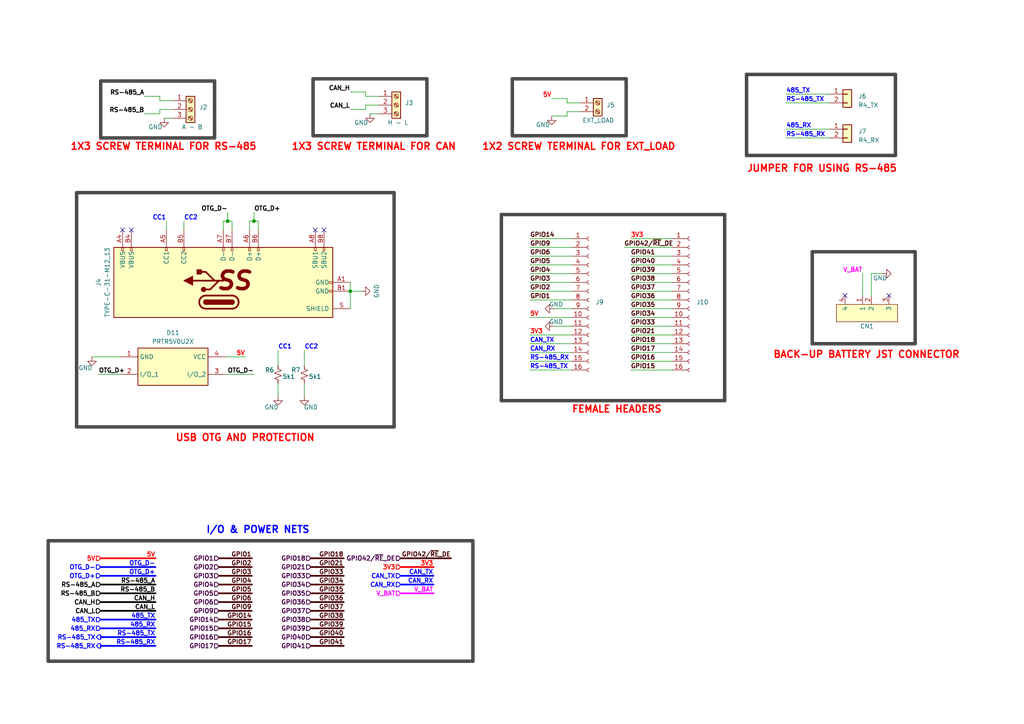
<source format=kicad_sch>
(kicad_sch (version 20230121) (generator eeschema)
  (paper "A4")
  (lib_symbols
    (symbol "ESP32-S3_DB:Conn_01x02" (pin_names (offset 1.016) hide)
      (property "Reference" "J" (at 0 2.54 0))
      (property "Value" "Conn_01x02" (at 0 -5.08 0))
      (symbol "Conn_01x02_1_1"
        (rectangle (start -1.27 -2.413) (end 0 -2.667) (stroke (width 0.1524)))
        (rectangle (start -1.27 0.127) (end 0 -0.127) (stroke (width 0.1524)))
        (rectangle (start -1.27 1.27) (end 1.27 -3.81) (stroke (width 0.254)) (fill (type background)))
        (pin passive line (at -5.08 0 0) (length 3.81) (name "Pin_1") (number "1"))
        (pin passive line (at -5.08 -2.54 0) (length 3.81) (name "Pin_2") (number "2"))
      )
    )
    (symbol "ESP32-S3_DB:Conn_01x16_Socket" (pin_names (offset 1.016) hide)
      (property "Reference" "J" (at 0 20.32 0))
      (property "Value" "Conn_01x16_Socket" (at 0 -22.86 0))
      (symbol "Conn_01x16_Socket_1_1"
        (arc (start 0 -19.812) (mid -0.5058 -20.32) (end 0 -20.828) (stroke (width 0.1524)))
        (arc (start 0 -17.272) (mid -0.5058 -17.78) (end 0 -18.288) (stroke (width 0.1524)))
        (arc (start 0 -14.732) (mid -0.5058 -15.24) (end 0 -15.748) (stroke (width 0.1524)))
        (arc (start 0 -12.192) (mid -0.5058 -12.7) (end 0 -13.208) (stroke (width 0.1524)))
        (arc (start 0 -9.652) (mid -0.5058 -10.16) (end 0 -10.668) (stroke (width 0.1524)))
        (arc (start 0 -7.112) (mid -0.5058 -7.62) (end 0 -8.128) (stroke (width 0.1524)))
        (arc (start 0 -4.572) (mid -0.5058 -5.08) (end 0 -5.588) (stroke (width 0.1524)))
        (arc (start 0 -2.032) (mid -0.5058 -2.54) (end 0 -3.048) (stroke (width 0.1524)))
        (polyline (pts (xy -1.27 -20.32) (xy -0.508 -20.32)) (stroke (width 0.1524)))
        (polyline (pts (xy -1.27 -17.78) (xy -0.508 -17.78)) (stroke (width 0.1524)))
        (polyline (pts (xy -1.27 -15.24) (xy -0.508 -15.24)) (stroke (width 0.1524)))
        (polyline (pts (xy -1.27 -12.7) (xy -0.508 -12.7)) (stroke (width 0.1524)))
        (polyline (pts (xy -1.27 -10.16) (xy -0.508 -10.16)) (stroke (width 0.1524)))
        (polyline (pts (xy -1.27 -7.62) (xy -0.508 -7.62)) (stroke (width 0.1524)))
        (polyline (pts (xy -1.27 -5.08) (xy -0.508 -5.08)) (stroke (width 0.1524)))
        (polyline (pts (xy -1.27 -2.54) (xy -0.508 -2.54)) (stroke (width 0.1524)))
        (polyline (pts (xy -1.27 0) (xy -0.508 0)) (stroke (width 0.1524)))
        (polyline (pts (xy -1.27 2.54) (xy -0.508 2.54)) (stroke (width 0.1524)))
        (polyline (pts (xy -1.27 5.08) (xy -0.508 5.08)) (stroke (width 0.1524)))
        (polyline (pts (xy -1.27 7.62) (xy -0.508 7.62)) (stroke (width 0.1524)))
        (polyline (pts (xy -1.27 10.16) (xy -0.508 10.16)) (stroke (width 0.1524)))
        (polyline (pts (xy -1.27 12.7) (xy -0.508 12.7)) (stroke (width 0.1524)))
        (polyline (pts (xy -1.27 15.24) (xy -0.508 15.24)) (stroke (width 0.1524)))
        (polyline (pts (xy -1.27 17.78) (xy -0.508 17.78)) (stroke (width 0.1524)))
        (arc (start 0 0.508) (mid -0.5058 0) (end 0 -0.508) (stroke (width 0.1524)))
        (arc (start 0 3.048) (mid -0.5058 2.54) (end 0 2.032) (stroke (width 0.1524)))
        (arc (start 0 5.588) (mid -0.5058 5.08) (end 0 4.572) (stroke (width 0.1524)))
        (arc (start 0 8.128) (mid -0.5058 7.62) (end 0 7.112) (stroke (width 0.1524)))
        (arc (start 0 10.668) (mid -0.5058 10.16) (end 0 9.652) (stroke (width 0.1524)))
        (arc (start 0 13.208) (mid -0.5058 12.7) (end 0 12.192) (stroke (width 0.1524)))
        (arc (start 0 15.748) (mid -0.5058 15.24) (end 0 14.732) (stroke (width 0.1524)))
        (arc (start 0 18.288) (mid -0.5058 17.78) (end 0 17.272) (stroke (width 0.1524)))
        (pin passive line (at -5.08 17.78 0) (length 3.81) (name "Pin_1") (number "1"))
        (pin passive line (at -5.08 -5.08 0) (length 3.81) (name "Pin_10") (number "10"))
        (pin passive line (at -5.08 -7.62 0) (length 3.81) (name "Pin_11") (number "11"))
        (pin passive line (at -5.08 -10.16 0) (length 3.81) (name "Pin_12") (number "12"))
        (pin passive line (at -5.08 -12.7 0) (length 3.81) (name "Pin_13") (number "13"))
        (pin passive line (at -5.08 -15.24 0) (length 3.81) (name "Pin_14") (number "14"))
        (pin passive line (at -5.08 -17.78 0) (length 3.81) (name "Pin_15") (number "15"))
        (pin passive line (at -5.08 -20.32 0) (length 3.81) (name "Pin_16") (number "16"))
        (pin passive line (at -5.08 15.24 0) (length 3.81) (name "Pin_2") (number "2"))
        (pin passive line (at -5.08 12.7 0) (length 3.81) (name "Pin_3") (number "3"))
        (pin passive line (at -5.08 10.16 0) (length 3.81) (name "Pin_4") (number "4"))
        (pin passive line (at -5.08 7.62 0) (length 3.81) (name "Pin_5") (number "5"))
        (pin passive line (at -5.08 5.08 0) (length 3.81) (name "Pin_6") (number "6"))
        (pin passive line (at -5.08 2.54 0) (length 3.81) (name "Pin_7") (number "7"))
        (pin passive line (at -5.08 0 0) (length 3.81) (name "Pin_8") (number "8"))
        (pin passive line (at -5.08 -2.54 0) (length 3.81) (name "Pin_9") (number "9"))
      )
    )
    (symbol "ESP32-S3_DB:GND" (power) (pin_names (offset 0))
      (property "Value" "GND" (at 0 -3.81 0))
      (symbol "GND_0_1"
        (polyline (pts (xy 0 0) (xy 0 -1.27) (xy 1.27 -1.27) (xy 0 -2.54) (xy -1.27 -1.27) (xy 0 -1.27)))
      )
      (symbol "GND_1_1"
        (pin power_in line (at 0 0 270) (length 0) hide (name "GND") (number "1"))
      )
    )
    (symbol "ESP32-S3_DB:PRTR5V0U2X"
      (property "Reference" "D" (at 14.605 6.985 0))
      (property "Value" "PRTR5V0U2X" (at 9.525 5.08 0))
      (symbol "PRTR5V0U2X_1_1"
        (rectangle (start 5.08 2.54) (end 25.4 -8.255) (stroke (width 0.254)) (fill (type background)))
        (pin passive line (at 0 0 0) (length 5.08) (name "GND") (number "1"))
        (pin passive line (at 0 -5.08 0) (length 5.08) (name "I/O_1") (number "2"))
        (pin passive line (at 30.48 -5.08 180) (length 5.08) (name "I/O_2") (number "3"))
        (pin passive line (at 30.48 0 180) (length 5.08) (name "VCC") (number "4"))
      )
    )
    (symbol "ESP32-S3_DB:R_Small_US" (pin_numbers hide) (pin_names (offset 0.254) hide)
      (property "Reference" "R" (at 0.762 0.508 0))
      (property "Value" "R_Small_US" (at 0.762 -1.016 0))
      (symbol "R_Small_US_1_1"
        (polyline (pts (xy 0 0) (xy 1.016 -0.381) (xy 0 -0.762) (xy -1.016 -1.143) (xy 0 -1.524)))
        (polyline (pts (xy 0 1.524) (xy 1.016 1.143) (xy 0 0.762) (xy -1.016 0.381) (xy 0 0)))
        (pin passive line (at 0 2.54 270) (length 1.016) (name "~") (number "1"))
        (pin passive line (at 0 -2.54 90) (length 1.016) (name "~") (number "2"))
      )
    )
    (symbol "ESP32-S3_DB:SM02B-SRSS-TB(LF)(SN)"
      (property "Reference" "CN" (at 0 8.89 0))
      (property "Value" "SM02B-SRSS-TB (LF)(SN)" (at 0 -1.27 0))
      (symbol "SM02B-SRSS-TB(LF)(SN)_0_1"
        (rectangle (start -8.89 1.27) (end 8.89 -3.81) (fill (type background)))
        (pin unspecified line (at -1.27 3.81 270) (length 2.54) (name "1") (number "1"))
        (pin unspecified line (at 1.27 3.81 270) (length 2.54) (name "2") (number "2"))
        (pin unspecified line (at 6.35 3.81 270) (length 2.54) (name "3") (number "3"))
        (pin unspecified line (at -6.35 3.81 270) (length 2.54) (name "4") (number "4"))
      )
    )
    (symbol "ESP32-S3_DB:Screw_Terminal_01x02" (pin_names (offset 1.016) hide)
      (property "Reference" "J" (at 0 2.54 0))
      (property "Value" "Screw_Terminal_01x02" (at 0 -5.08 0))
      (symbol "Screw_Terminal_01x02_1_1"
        (rectangle (start -1.27 1.27) (end 1.27 -3.81) (stroke (width 0.254)) (fill (type background)))
        (circle (center 0 -2.54) (radius 0.635) (stroke (width 0.1524)))
        (polyline (pts (xy -0.5334 -2.2098) (xy 0.3302 -3.048)) (stroke (width 0.1524)))
        (polyline (pts (xy -0.5334 0.3302) (xy 0.3302 -0.508)) (stroke (width 0.1524)))
        (polyline (pts (xy -0.3556 -2.032) (xy 0.508 -2.8702)) (stroke (width 0.1524)))
        (polyline (pts (xy -0.3556 0.508) (xy 0.508 -0.3302)) (stroke (width 0.1524)))
        (circle (center 0 0) (radius 0.635) (stroke (width 0.1524)))
        (pin passive line (at -5.08 0 0) (length 3.81) (name "Pin_1") (number "1"))
        (pin passive line (at -5.08 -2.54 0) (length 3.81) (name "Pin_2") (number "2"))
      )
    )
    (symbol "ESP32-S3_DB:Screw_Terminal_01x03" (pin_names (offset 1.016) hide)
      (property "Reference" "J" (at 0 5.08 0))
      (property "Value" "Screw_Terminal_01x03" (at 0 -5.08 0))
      (symbol "Screw_Terminal_01x03_1_1"
        (rectangle (start -1.27 3.81) (end 1.27 -3.81) (stroke (width 0.254)) (fill (type background)))
        (circle (center 0 -2.54) (radius 0.635) (stroke (width 0.1524)))
        (polyline (pts (xy -0.5334 -2.2098) (xy 0.3302 -3.048)) (stroke (width 0.1524)))
        (polyline (pts (xy -0.5334 0.3302) (xy 0.3302 -0.508)) (stroke (width 0.1524)))
        (polyline (pts (xy -0.5334 2.8702) (xy 0.3302 2.032)) (stroke (width 0.1524)))
        (polyline (pts (xy -0.3556 -2.032) (xy 0.508 -2.8702)) (stroke (width 0.1524)))
        (polyline (pts (xy -0.3556 0.508) (xy 0.508 -0.3302)) (stroke (width 0.1524)))
        (polyline (pts (xy -0.3556 3.048) (xy 0.508 2.2098)) (stroke (width 0.1524)))
        (circle (center 0 0) (radius 0.635) (stroke (width 0.1524)))
        (circle (center 0 2.54) (radius 0.635) (stroke (width 0.1524)))
        (pin passive line (at -5.08 2.54 0) (length 3.81) (name "Pin_1") (number "1"))
        (pin passive line (at -5.08 0 0) (length 3.81) (name "Pin_2") (number "2"))
        (pin passive line (at -5.08 -2.54 0) (length 3.81) (name "Pin_3") (number "3"))
      )
    )
    (symbol "ESP32-S3_DB:TYPE_C_CONNECTOR" (pin_names (offset 1.016))
      (property "Reference" "J4" (at 0 36.195 0))
      (property "Value" "TYPE-C-31-M12_13" (at 0 33.655 0))
      (symbol "TYPE_C_CONNECTOR_0_0"
        (rectangle (start -0.254 -31.75) (end 0.254 -30.734))
        (rectangle (start 10.16 -28.956) (end 9.144 -29.464))
        (rectangle (start 10.16 -26.416) (end 9.144 -26.924))
        (rectangle (start 10.16 -9.906) (end 9.144 -10.414))
        (rectangle (start 10.16 -7.366) (end 9.144 -7.874))
        (rectangle (start 10.16 -2.286) (end 9.144 -2.794))
        (rectangle (start 10.16 0.254) (end 9.144 -0.254))
        (rectangle (start 10.16 11.684) (end 9.144 11.176))
        (rectangle (start 10.16 16.764) (end 9.144 16.256))
        (rectangle (start 10.16 29.464) (end 9.144 28.956))
        (text "SS" (at 0.508 -3.175 900) (effects (font (size 5.08 5.08) bold italic)))
      )
      (symbol "TYPE_C_CONNECTOR_0_1"
        (rectangle (start -10.16 31.75) (end 10.16 -31.75) (stroke (width 0.254)) (fill (type background)))
        (arc (start -7.62 -2.54) (mid -5.715 -4.4367) (end -3.81 -2.54) (stroke (width 0.508)))
        (arc (start -6.35 -2.54) (mid -5.715 -3.1723) (end -5.08 -2.54) (stroke (width 0.254)))
        (arc (start -6.35 -2.54) (mid -5.715 -3.1723) (end -5.08 -2.54) (stroke (width 0.254)) (fill (type outline)))
        (rectangle (start -6.35 -2.54) (end -5.08 5.08) (stroke (width 0.254)) (fill (type outline)))
        (arc (start -5.08 5.08) (mid -5.715 5.7123) (end -6.35 5.08) (stroke (width 0.254)))
        (arc (start -5.08 5.08) (mid -5.715 5.7123) (end -6.35 5.08) (stroke (width 0.254)) (fill (type outline)))
        (arc (start -3.81 5.08) (mid -5.715 6.9767) (end -7.62 5.08) (stroke (width 0.508)))
        (circle (center -2.032 5.715) (radius 0.635) (stroke (width 0.254)) (fill (type outline)))
        (polyline (pts (xy -7.62 -2.54) (xy -7.62 5.08)) (stroke (width 0.508)))
        (polyline (pts (xy -3.81 5.08) (xy -3.81 -2.54)) (stroke (width 0.508)))
        (polyline (pts (xy 0.508 0) (xy 0.508 8.89)) (stroke (width 0.508)))
        (polyline (pts (xy 0.508 1.27) (xy -2.032 3.81) (xy -2.032 5.08)) (stroke (width 0.508)))
        (polyline (pts (xy 0.508 2.54) (xy 3.048 5.08) (xy 3.048 6.35)) (stroke (width 0.508)))
        (polyline (pts (xy -0.762 8.89) (xy 0.508 11.43) (xy 1.778 8.89) (xy -0.762 8.89)) (stroke (width 0.254)) (fill (type outline)))
        (rectangle (start 2.413 6.35) (end 3.683 7.62) (stroke (width 0.254)) (fill (type outline)))
      )
      (symbol "TYPE_C_CONNECTOR_1_1"
        (rectangle (start -2.794 -31.75) (end -2.286 -30.734))
        (rectangle (start 10.16 26.924) (end 9.144 26.416))
        (pin power_out line (at 0 -36.83 90) (length 5.08) (name "GND") (number "A1"))
        (pin power_out line (at 15.24 29.21 180) (length 5.08) (name "VBUS") (number "A4"))
        (pin bidirectional line (at 15.24 16.51 180) (length 5.08) (name "CC1") (number "A5"))
        (pin bidirectional line (at 15.24 -7.62 180) (length 5.08) (name "D+") (number "A6"))
        (pin bidirectional line (at 15.24 0 180) (length 5.08) (name "D-") (number "A7"))
        (pin bidirectional line (at 15.24 -26.67 180) (length 5.08) (name "SBU1") (number "A8"))
        (pin power_out line (at -2.54 -36.83 90) (length 5.08) (name "GND") (number "B1"))
        (pin power_out line (at 15.24 26.67 180) (length 5.08) (name "VBUS") (number "B4"))
        (pin bidirectional line (at 15.24 11.43 180) (length 5.08) (name "CC2") (number "B5"))
        (pin bidirectional line (at 15.24 -10.16 180) (length 5.08) (name "D+") (number "B6"))
        (pin bidirectional line (at 15.24 -2.54 180) (length 5.08) (name "D-") (number "B7"))
        (pin bidirectional line (at 15.24 -29.21 180) (length 5.08) (name "SBU2") (number "B8"))
        (pin passive line (at -7.62 -36.83 90) (length 5.08) (name "SHIELD") (number "S"))
      )
    )
  )
  (junction (at 101.6 84.455))
  (junction (at 66.04 64.135))
  (junction (at 73.66 64.135))
  (no_connect (at 93.98 66.675))
  (no_connect (at 35.56 66.675))
  (no_connect (at 257.81 85.725))
  (no_connect (at 91.44 66.675))
  (no_connect (at 245.11 85.725))
  (no_connect (at 38.1 66.675))
  (wire (pts (xy 73.025 187.325) (xy 63.5 187.325)) (stroke (width 0.5) (color 72 0 0 1)))
  (wire (pts (xy 182.88 94.615) (xy 194.945 94.615)))
  (wire (pts (xy 227.965 27.305) (xy 240.665 27.305)))
  (wire (pts (xy 104.775 84.455) (xy 101.6 84.455)))
  (wire (pts (xy 45.085 174.625) (xy 29.21 174.625)) (stroke (width 0.5) (color 0 0 0 1)))
  (wire (pts (xy 73.025 184.785) (xy 63.5 184.785)) (stroke (width 0.5) (color 72 0 0 1)))
  (wire (pts (xy 73.025 169.545) (xy 63.5 169.545)) (stroke (width 0.5) (color 72 0 0 1)))
  (bus (pts (xy 90.805 39.37) (xy 90.805 22.86)) (stroke (width 1) (color 72 72 72 1)))
  (wire (pts (xy 153.67 102.235) (xy 165.735 102.235)))
  (wire (pts (xy 106.045 26.67) (xy 106.045 27.94)))
  (wire (pts (xy 46.355 27.94) (xy 46.355 29.21)))
  (wire (pts (xy 53.34 64.135) (xy 53.34 66.675)))
  (wire (pts (xy 227.965 29.845) (xy 240.665 29.845)))
  (wire (pts (xy 153.67 79.375) (xy 165.735 79.375)))
  (wire (pts (xy 64.77 64.135) (xy 66.04 64.135)))
  (wire (pts (xy 73.025 164.465) (xy 63.5 164.465)) (stroke (width 0.5) (color 72 0 0 1)))
  (bus (pts (xy 137.16 191.77) (xy 13.97 191.77)) (stroke (width 1) (color 72 72 72 1)))
  (bus (pts (xy 145.415 62.23) (xy 145.415 116.205)) (stroke (width 1) (color 72 72 72 1)))
  (wire (pts (xy 74.93 64.135) (xy 74.93 66.675)))
  (wire (pts (xy 46.355 33.02) (xy 46.355 31.75)))
  (wire (pts (xy 125.73 164.465) (xy 116.205 164.465)) (stroke (width 0.5) (color 255 0 0 1)))
  (bus (pts (xy 216.535 21.59) (xy 259.715 21.59)) (stroke (width 1) (color 72 72 72 1)))
  (wire (pts (xy 160.02 28.575) (xy 164.465 28.575)))
  (wire (pts (xy 73.025 174.625) (xy 63.5 174.625)) (stroke (width 0.5) (color 72 0 0 1)))
  (wire (pts (xy 99.695 169.545) (xy 90.17 169.545)) (stroke (width 0.5) (color 72 0 0 1)))
  (wire (pts (xy 182.88 99.695) (xy 194.945 99.695)))
  (wire (pts (xy 99.695 164.465) (xy 90.17 164.465)) (stroke (width 0.5) (color 72 0 0 1)))
  (bus (pts (xy 13.97 156.845) (xy 13.97 191.77)) (stroke (width 1) (color 72 72 72 1)))
  (wire (pts (xy 99.695 187.325) (xy 90.17 187.325)) (stroke (width 0.5) (color 72 0 0 1)))
  (wire (pts (xy 26.67 103.505) (xy 34.925 103.505)))
  (wire (pts (xy 41.91 27.94) (xy 46.355 27.94)))
  (bus (pts (xy 181.61 39.37) (xy 148.59 39.37)) (stroke (width 1) (color 72 72 72 1)))
  (wire (pts (xy 66.04 64.135) (xy 66.04 61.595)))
  (wire (pts (xy 73.66 108.585) (xy 65.405 108.585)))
  (wire (pts (xy 153.67 99.695) (xy 165.735 99.695)))
  (wire (pts (xy 153.67 84.455) (xy 165.735 84.455)))
  (wire (pts (xy 182.88 97.155) (xy 194.945 97.155)))
  (wire (pts (xy 164.465 32.385) (xy 168.275 32.385)))
  (bus (pts (xy 90.805 22.86) (xy 123.825 22.86)) (stroke (width 1) (color 72 72 72 1)))
  (wire (pts (xy 106.045 31.75) (xy 106.045 30.48)))
  (bus (pts (xy 62.23 23.495) (xy 62.23 40.005)) (stroke (width 1) (color 72 72 72 1)))
  (wire (pts (xy 125.73 169.545) (xy 116.205 169.545)) (stroke (width 0.5) (color 0 0 255 1)))
  (bus (pts (xy 148.59 39.37) (xy 148.59 22.86)) (stroke (width 1) (color 72 72 72 1)))
  (bus (pts (xy 235.585 73.025) (xy 235.585 99.695)) (stroke (width 1) (color 72 72 72 1)))
  (wire (pts (xy 46.355 31.75) (xy 50.165 31.75)))
  (wire (pts (xy 182.88 81.915) (xy 194.945 81.915)))
  (wire (pts (xy 153.67 104.775) (xy 165.735 104.775)))
  (wire (pts (xy 80.645 114.935) (xy 80.645 111.125)))
  (bus (pts (xy 13.97 156.845) (xy 137.16 156.845)) (stroke (width 1) (color 72 72 72 1)))
  (bus (pts (xy 216.535 21.59) (xy 216.535 45.085)) (stroke (width 1) (color 72 72 72 1)))
  (wire (pts (xy 255.905 79.375) (xy 252.73 79.375)))
  (bus (pts (xy 123.825 39.37) (xy 90.805 39.37)) (stroke (width 1) (color 72 72 72 1)))
  (wire (pts (xy 182.88 92.075) (xy 194.945 92.075)))
  (wire (pts (xy 99.695 184.785) (xy 90.17 184.785)) (stroke (width 0.5) (color 72 0 0 1)))
  (wire (pts (xy 182.88 76.835) (xy 194.945 76.835)))
  (wire (pts (xy 106.045 30.48) (xy 109.855 30.48)))
  (wire (pts (xy 67.31 64.135) (xy 67.31 66.675)))
  (wire (pts (xy 72.39 64.135) (xy 73.66 64.135)))
  (wire (pts (xy 64.77 66.675) (xy 64.77 64.135)))
  (wire (pts (xy 99.695 174.625) (xy 90.17 174.625)) (stroke (width 0.5) (color 72 0 0 1)))
  (wire (pts (xy 73.025 179.705) (xy 63.5 179.705)) (stroke (width 0.5) (color 72 0 0 1)))
  (wire (pts (xy 160.655 94.615) (xy 165.735 94.615)))
  (wire (pts (xy 99.695 161.925) (xy 90.17 161.925)) (stroke (width 0.5) (color 72 0 0 1)))
  (wire (pts (xy 45.085 182.245) (xy 29.21 182.245)) (stroke (width 0.5) (color 0 0 255 1)))
  (wire (pts (xy 73.025 167.005) (xy 63.5 167.005)) (stroke (width 0.5) (color 72 0 0 1)))
  (wire (pts (xy 73.025 182.245) (xy 63.5 182.245)) (stroke (width 0.5) (color 72 0 0 1)))
  (bus (pts (xy 114.3 123.825) (xy 114.3 55.88)) (stroke (width 1) (color 72 72 72 1)))
  (wire (pts (xy 99.695 177.165) (xy 90.17 177.165)) (stroke (width 0.5) (color 72 0 0 1)))
  (wire (pts (xy 71.12 103.505) (xy 65.405 103.505)))
  (wire (pts (xy 46.355 29.21) (xy 50.165 29.21)))
  (wire (pts (xy 45.085 187.325) (xy 29.21 187.325)) (stroke (width 0.5) (color 0 0 255 1)))
  (wire (pts (xy 227.965 37.465) (xy 240.665 37.465)))
  (wire (pts (xy 153.67 97.155) (xy 165.735 97.155)))
  (wire (pts (xy 106.045 27.94) (xy 109.855 27.94)))
  (wire (pts (xy 45.085 179.705) (xy 29.21 179.705)) (stroke (width 0.5) (color 0 0 255 1)))
  (wire (pts (xy 153.67 81.915) (xy 165.735 81.915)))
  (wire (pts (xy 48.26 64.135) (xy 48.26 66.675)))
  (wire (pts (xy 153.67 92.075) (xy 165.735 92.075)))
  (bus (pts (xy 259.715 21.59) (xy 259.715 45.085)) (stroke (width 1) (color 72 72 72 1)))
  (wire (pts (xy 160.02 33.655) (xy 164.465 33.655)))
  (wire (pts (xy 73.66 64.135) (xy 73.66 61.595)))
  (wire (pts (xy 125.73 172.085) (xy 116.205 172.085)) (stroke (width 0.5) (color 255 0 255 1)))
  (wire (pts (xy 153.67 71.755) (xy 165.735 71.755)))
  (wire (pts (xy 153.67 86.995) (xy 165.735 86.995)))
  (wire (pts (xy 45.085 167.005) (xy 29.21 167.005)) (stroke (width 0.5) (color 0 0 255 1)))
  (wire (pts (xy 164.465 29.845) (xy 168.275 29.845)))
  (wire (pts (xy 73.66 64.135) (xy 74.93 64.135)))
  (wire (pts (xy 160.655 89.535) (xy 165.735 89.535)))
  (bus (pts (xy 265.43 73.025) (xy 265.43 99.695)) (stroke (width 1) (color 72 72 72 1)))
  (wire (pts (xy 45.085 164.465) (xy 29.21 164.465)) (stroke (width 0.5) (color 0 0 255 1)))
  (bus (pts (xy 148.59 22.86) (xy 181.61 22.86)) (stroke (width 1) (color 72 72 72 1)))
  (wire (pts (xy 99.695 182.245) (xy 90.17 182.245)) (stroke (width 0.5) (color 72 0 0 1)))
  (bus (pts (xy 265.43 99.695) (xy 235.585 99.695)) (stroke (width 1) (color 72 72 72 1)))
  (wire (pts (xy 45.085 184.785) (xy 29.21 184.785)) (stroke (width 0.5) (color 0 0 255 1)))
  (wire (pts (xy 88.265 106.045) (xy 88.265 101.6)))
  (wire (pts (xy 180.975 71.755) (xy 194.945 71.755)))
  (wire (pts (xy 45.085 169.545) (xy 29.21 169.545)) (stroke (width 0.5) (color 0 0 0 1)))
  (wire (pts (xy 80.645 106.045) (xy 80.645 101.6)))
  (bus (pts (xy 29.21 23.495) (xy 62.23 23.495)) (stroke (width 1) (color 72 72 72 1)))
  (wire (pts (xy 47.625 34.29) (xy 50.165 34.29)))
  (bus (pts (xy 123.825 22.86) (xy 123.825 39.37)) (stroke (width 1) (color 72 72 72 1)))
  (wire (pts (xy 153.67 69.215) (xy 165.735 69.215)))
  (bus (pts (xy 22.225 123.825) (xy 114.3 123.825)) (stroke (width 1) (color 72 72 72 1)))
  (wire (pts (xy 125.73 167.005) (xy 116.205 167.005)) (stroke (width 0.5) (color 0 0 255 1)))
  (wire (pts (xy 182.88 107.315) (xy 194.945 107.315)))
  (wire (pts (xy 153.67 76.835) (xy 165.735 76.835)))
  (wire (pts (xy 73.025 161.925) (xy 63.5 161.925)) (stroke (width 0.5) (color 72 0 0 1)))
  (bus (pts (xy 29.21 40.005) (xy 29.21 23.495)) (stroke (width 1) (color 72 72 72 1)))
  (bus (pts (xy 62.23 40.005) (xy 29.21 40.005)) (stroke (width 1) (color 72 72 72 1)))
  (bus (pts (xy 181.61 22.86) (xy 181.61 39.37)) (stroke (width 1) (color 72 72 72 1)))
  (wire (pts (xy 252.73 79.375) (xy 252.73 85.725)))
  (bus (pts (xy 210.185 62.23) (xy 210.185 116.205)) (stroke (width 1) (color 72 72 72 1)))
  (bus (pts (xy 259.715 45.085) (xy 216.535 45.085)) (stroke (width 1) (color 72 72 72 1)))
  (wire (pts (xy 99.695 172.085) (xy 90.17 172.085)) (stroke (width 0.5) (color 72 0 0 1)))
  (wire (pts (xy 73.025 177.165) (xy 63.5 177.165)) (stroke (width 0.5) (color 72 0 0 1)))
  (wire (pts (xy 182.88 104.775) (xy 194.945 104.775)))
  (wire (pts (xy 41.91 33.02) (xy 46.355 33.02)))
  (wire (pts (xy 164.465 28.575) (xy 164.465 29.845)))
  (wire (pts (xy 182.88 84.455) (xy 194.945 84.455)))
  (bus (pts (xy 137.16 156.845) (xy 137.16 191.77)) (stroke (width 1) (color 72 72 72 1)))
  (bus (pts (xy 235.585 73.025) (xy 265.43 73.025)) (stroke (width 1) (color 72 72 72 1)))
  (bus (pts (xy 114.3 55.88) (xy 22.225 55.88)) (stroke (width 1) (color 72 72 72 1)))
  (wire (pts (xy 73.025 172.085) (xy 63.5 172.085)) (stroke (width 0.5) (color 72 0 0 1)))
  (wire (pts (xy 182.88 102.235) (xy 194.945 102.235)))
  (wire (pts (xy 101.6 31.75) (xy 106.045 31.75)))
  (wire (pts (xy 182.88 86.995) (xy 194.945 86.995)))
  (wire (pts (xy 28.575 108.585) (xy 34.925 108.585)))
  (wire (pts (xy 130.81 161.925) (xy 116.205 161.925)) (stroke (width 0.5) (color 72 0 0 1)))
  (wire (pts (xy 45.085 177.165) (xy 29.21 177.165)) (stroke (width 0.5) (color 0 0 0 1)))
  (wire (pts (xy 182.88 69.215) (xy 194.945 69.215)))
  (wire (pts (xy 182.88 74.295) (xy 194.945 74.295)))
  (wire (pts (xy 182.88 79.375) (xy 194.945 79.375)))
  (wire (pts (xy 66.04 64.135) (xy 67.31 64.135)))
  (wire (pts (xy 153.67 107.315) (xy 165.735 107.315)))
  (wire (pts (xy 99.695 167.005) (xy 90.17 167.005)) (stroke (width 0.5) (color 72 0 0 1)))
  (wire (pts (xy 164.465 33.655) (xy 164.465 32.385)))
  (wire (pts (xy 101.6 89.535) (xy 101.6 84.455)))
  (wire (pts (xy 101.6 84.455) (xy 101.6 81.915)))
  (wire (pts (xy 107.315 33.02) (xy 109.855 33.02)))
  (bus (pts (xy 22.225 55.88) (xy 22.225 123.825)) (stroke (width 1) (color 72 72 72 1)))
  (wire (pts (xy 227.965 40.005) (xy 240.665 40.005)))
  (wire (pts (xy 88.265 114.935) (xy 88.265 111.125)))
  (bus (pts (xy 210.185 116.205) (xy 145.415 116.205)) (stroke (width 1) (color 72 72 72 1)))
  (wire (pts (xy 101.6 26.67) (xy 106.045 26.67)))
  (wire (pts (xy 250.19 79.375) (xy 250.19 85.725)))
  (wire (pts (xy 182.88 89.535) (xy 194.945 89.535)))
  (wire (pts (xy 45.085 172.085) (xy 29.21 172.085)) (stroke (width 0.5) (color 0 0 0 1)))
  (wire (pts (xy 45.085 161.925) (xy 29.21 161.925)) (stroke (width 0.5) (color 255 0 0 1)))
  (wire (pts (xy 72.39 66.675) (xy 72.39 64.135)))
  (bus (pts (xy 145.415 62.23) (xy 210.185 62.23)) (stroke (width 1) (color 72 72 72 1)))
  (wire (pts (xy 99.695 179.705) (xy 90.17 179.705)) (stroke (width 0.5) (color 72 0 0 1)))
  (wire (pts (xy 153.67 74.295) (xy 165.735 74.295)))
  (text "1X3 SCREW TERMINAL FOR RS-485" (at 20.32 43.815 0) (effects (font (size 2 2) bold) (justify left bottom)))
  (text "FEMALE HEADERS" (at 165.735 120.015 0) (effects (font (size 2 2) bold) (justify left bottom)))
  (text "1X2 SCREW TERMINAL FOR EXT_LOAD" (at 139.7 43.815 0) (effects (font (size 2 2) bold) (justify left bottom)))
  (text "JUMPER FOR USING RS-485" (at 216.535 50.165 0) (effects (font (size 2 2) bold) (justify left bottom)))
  (text "USB OTG AND PROTECTION" (at 50.8 128.27 0) (effects (font (size 2 2) bold) (justify left bottom)))
  (text "1X3 SCREW TERMINAL FOR CAN" (at 84.455 43.815 0) (effects (font (size 2 2) bold) (justify left bottom)))
  (text "I/O & POWER NETS" (at 59.69 154.94 0) (effects (font (size 2 2) bold) (justify left bottom)))
  (text "BACK-UP BATTERY JST CONNECTOR" (at 224.155 104.14 0) (effects (font (size 2 2) bold) (justify left bottom)))
  (label "GPIO40" (at 99.695 184.785 180) (effects (font bold)))
  (label "CAN_H" (at 101.6 26.67 180) (effects (font bold)))
  (label "CAN_RX" (at 153.67 102.235 0) (effects (font bold)))
  (label "485_RX" (at 45.085 182.245 180) (effects (font bold)))
  (label "V_BAT" (at 250.19 79.375 180) (effects (font bold)))
  (label "GPIO34" (at 99.695 169.545 180) (effects (font bold)))
  (label "RS-485_B" (at 45.085 172.085 180) (effects (font bold)))
  (label "GPIO4" (at 153.67 79.375 0) (effects (font bold)))
  (label "OTG_D-" (at 45.085 164.465 180) (effects (font bold)))
  (label "5V" (at 45.085 161.925 180) (effects (font bold)))
  (label "RS-485_A" (at 41.91 27.94 180) (effects (font bold)))
  (label "GPIO38" (at 182.88 81.915 0) (effects (font bold)))
  (label "GPIO39" (at 99.695 182.245 180) (effects (font bold)))
  (label "GPIO41" (at 99.695 187.325 180) (effects (font bold)))
  (label "GPIO36" (at 99.695 174.625 180) (effects (font bold)))
  (label "GPIO17" (at 182.88 102.235 0) (effects (font bold)))
  (label "CAN_TX" (at 125.73 167.005 180) (effects (font bold)))
  (label "RS-485_TX" (at 227.965 29.845 0) (effects (font bold)))
  (label "GPIO18" (at 182.88 99.695 0) (effects (font bold)))
  (label "GPIO37" (at 99.695 177.165 180) (effects (font bold)))
  (label "CAN_H" (at 45.085 174.625 180) (effects (font bold)))
  (label "RS-485_A" (at 45.085 169.545 180) (effects (font bold)))
  (label "GPIO16" (at 73.025 184.785 180) (effects (font bold)))
  (label "GPIO15" (at 182.88 107.315 0) (effects (font bold)))
  (label "GPIO35" (at 182.88 89.535 0) (effects (font bold)))
  (label "GPIO21" (at 182.88 97.155 0) (effects (font bold)))
  (label "CC1" (at 80.645 101.6 0) (effects (font bold)))
  (label "RS-485_RX" (at 153.67 104.775 0) (effects (font bold)))
  (label "GPIO33" (at 99.695 167.005 180) (effects (font bold)))
  (label "OTG_D+" (at 28.575 108.585 0) (effects (font bold)))
  (label "5V" (at 160.02 28.575 180) (effects (font bold)))
  (label "CC1" (at 48.26 64.135 180) (effects (font bold)))
  (label "GPIO5" (at 153.67 76.835 0) (effects (font bold)))
  (label "CAN_L" (at 101.6 31.75 180) (effects (font bold)))
  (label "GPIO2" (at 73.025 164.465 180) (effects (font bold)))
  (label "RS-485_RX" (at 45.085 187.325 180) (effects (font bold)))
  (label "GPIO16" (at 182.88 104.775 0) (effects (font bold)))
  (label "OTG_D-" (at 66.04 61.595 180) (effects (font bold)))
  (label "GPIO40" (at 182.88 76.835 0) (effects (font bold)))
  (label "GPIO3" (at 153.67 81.915 0) (effects (font bold)))
  (label "GPIO6" (at 73.025 174.625 180) (effects (font bold)))
  (label "CC2" (at 88.265 101.6 0) (effects (font bold)))
  (label "GPIO1" (at 153.67 86.995 0) (effects (font bold)))
  (label "RS-485_TX" (at 45.085 184.785 180) (effects (font bold)))
  (label "GPIO18" (at 99.695 161.925 180) (effects (font bold)))
  (label "485_RX" (at 227.965 37.465 0) (effects (font bold)))
  (label "GPIO2" (at 153.67 84.455 0) (effects (font bold)))
  (label "GPIO9" (at 153.67 71.755 0) (effects (font bold)))
  (label "CAN_L" (at 45.085 177.165 180) (effects (font bold)))
  (label "5V" (at 71.12 103.505 180) (effects (font bold)))
  (label "GPIO35" (at 99.695 172.085 180) (effects (font bold)))
  (label "RS-485_B" (at 41.91 33.02 180) (effects (font bold)))
  (label "V_BAT" (at 125.73 172.085 180) (effects (font bold)))
  (label "485_TX" (at 227.965 27.305 0) (effects (font bold)))
  (label "3V3" (at 153.67 97.155 0) (effects (font bold)))
  (label "3V3" (at 125.73 164.465 180) (effects (font bold)))
  (label "OTG_D+" (at 73.66 61.595 0) (effects (font bold)))
  (label "CC2" (at 53.34 64.135 0) (effects (font bold)))
  (label "OTG_D+" (at 45.085 167.005 180) (effects (font bold)))
  (label "RS-485_TX" (at 153.67 107.315 0) (effects (font bold)))
  (label "GPIO4" (at 73.025 169.545 180) (effects (font bold)))
  (label "GPIO42{slash}~{RE}_DE" (at 180.975 71.755 0) (effects (font bold)))
  (label "GPIO38" (at 99.695 179.705 180) (effects (font bold)))
  (label "GPIO42{slash}~{RE}_DE" (at 130.81 161.925 180) (effects (font bold)))
  (label "GPIO34" (at 182.88 92.075 0) (effects (font bold)))
  (label "GPIO6" (at 153.67 74.295 0) (effects (font bold)))
  (label "485_TX" (at 45.085 179.705 180) (effects (font bold)))
  (label "GPIO41" (at 182.88 74.295 0) (effects (font bold)))
  (label "GPIO17" (at 73.025 187.325 180) (effects (font bold)))
  (label "GPIO3" (at 73.025 167.005 180) (effects (font bold)))
  (label "GPIO37" (at 182.88 84.455 0) (effects (font bold)))
  (label "3V3" (at 182.88 69.215 0) (effects (font bold)))
  (label "GPIO14" (at 73.025 179.705 180) (effects (font bold)))
  (label "GPIO9" (at 73.025 177.165 180) (effects (font bold)))
  (label "CAN_RX" (at 125.73 169.545 180) (effects (font bold)))
  (label "5V" (at 153.67 92.075 0) (effects (font bold)))
  (label "GPIO33" (at 182.88 94.615 0) (effects (font bold)))
  (label "GPIO36" (at 182.88 86.995 0) (effects (font bold)))
  (label "GPIO5" (at 73.025 172.085 180) (effects (font bold)))
  (label "GPIO1" (at 73.025 161.925 180) (effects (font bold)))
  (label "OTG_D-" (at 73.66 108.585 180) (effects (font bold)))
  (label "GPIO15" (at 73.025 182.245 180) (effects (font bold)))
  (label "RS-485_RX" (at 227.965 40.005 0) (effects (font bold)))
  (label "CAN_TX" (at 153.67 99.695 0) (effects (font bold)))
  (label "GPIO39" (at 182.88 79.375 0) (effects (font bold)))
  (label "GPIO21" (at 99.695 164.465 180) (effects (font bold)))
  (label "GPIO14" (at 153.67 69.215 0) (effects (font bold)))
  (hierarchical_label "GPIO3" (shape input) (at 63.5 167.005 180) (effects (font (thickness 0.254) bold)))
  (hierarchical_label "GPIO42{slash}~{RE}_DE" (shape input) (at 116.205 161.925 180) (effects (font (thickness 0.254) bold)))
  (hierarchical_label "GPIO35" (shape input) (at 90.17 172.085 180) (effects (font (thickness 0.254) bold)))
  (hierarchical_label "GPIO41" (shape input) (at 90.17 187.325 180) (effects (font (thickness 0.254) bold)))
  (hierarchical_label "CAN_L" (shape input) (at 29.21 177.165 180) (effects (font bold)))
  (hierarchical_label "GPIO5" (shape input) (at 63.5 172.085 180) (effects (font (thickness 0.254) bold)))
  (hierarchical_label "485_RX" (shape input) (at 29.21 182.245 180) (effects (font bold)))
  (hierarchical_label "CAN_RX" (shape input) (at 116.205 169.545 180) (effects (font bold)))
  (hierarchical_label "GPIO15" (shape input) (at 63.5 182.245 180) (effects (font (thickness 0.254) bold)))
  (hierarchical_label "RS-485_A" (shape input) (at 29.21 169.545 180) (effects (font bold)))
  (hierarchical_label "3V3" (shape input) (at 116.205 164.465 180) (effects (font bold)))
  (hierarchical_label "OTG_D-" (shape input) (at 29.21 164.465 180) (effects (font bold)))
  (hierarchical_label "GPIO40" (shape input) (at 90.17 184.785 180) (effects (font (thickness 0.254) bold)))
  (hierarchical_label "GPIO18" (shape input) (at 90.17 161.925 180) (effects (font (thickness 0.254) bold)))
  (hierarchical_label "V_BAT" (shape input) (at 116.205 172.085 180) (effects (font (thickness 0.254) bold)))
  (hierarchical_label "RS-485_B" (shape input) (at 29.21 172.085 180) (effects (font bold)))
  (hierarchical_label "CAN_TX" (shape input) (at 116.205 167.005 180) (effects (font bold)))
  (hierarchical_label "GPIO38" (shape input) (at 90.17 179.705 180) (effects (font (thickness 0.254) bold)))
  (hierarchical_label "GPIO33" (shape input) (at 90.17 167.005 180) (effects (font (thickness 0.254) bold)))
  (hierarchical_label "485_TX" (shape input) (at 29.21 179.705 180) (effects (font bold)))
  (hierarchical_label "GPIO34" (shape input) (at 90.17 169.545 180) (effects (font (thickness 0.254) bold)))
  (hierarchical_label "GPIO6" (shape input) (at 63.5 174.625 180) (effects (font (thickness 0.254) bold)))
  (hierarchical_label "GPIO1" (shape input) (at 63.5 161.925 180) (effects (font (thickness 0.254) bold)))
  (hierarchical_label "GPIO21" (shape input) (at 90.17 164.465 180) (effects (font (thickness 0.254) bold)))
  (hierarchical_label "GPIO37" (shape input) (at 90.17 177.165 180) (effects (font (thickness 0.254) bold)))
  (hierarchical_label "GPIO2" (shape input) (at 63.5 164.465 180) (effects (font (thickness 0.254) bold)))
  (hierarchical_label "GPIO14" (shape input) (at 63.5 179.705 180) (effects (font (thickness 0.254) bold)))
  (hierarchical_label "GPIO39" (shape input) (at 90.17 182.245 180) (effects (font (thickness 0.254) bold)))
  (hierarchical_label "GPIO9" (shape input) (at 63.5 177.165 180) (effects (font (thickness 0.254) bold)))
  (hierarchical_label "GPIO4" (shape input) (at 63.5 169.545 180) (effects (font (thickness 0.254) bold)))
  (hierarchical_label "OTG_D+" (shape input) (at 29.21 167.005 180) (effects (font bold)))
  (hierarchical_label "RS-485_TX" (shape output) (at 29.21 184.785 180) (effects (font bold)))
  (hierarchical_label "GPIO17" (shape input) (at 63.5 187.325 180) (effects (font (thickness 0.254) bold)))
  (hierarchical_label "GPIO36" (shape input) (at 90.17 174.625 180) (effects (font (thickness 0.254) bold)))
  (hierarchical_label "GPIO16" (shape input) (at 63.5 184.785 180) (effects (font (thickness 0.254) bold)))
  (hierarchical_label "CAN_H" (shape input) (at 29.21 174.625 180) (effects (font bold)))
  (hierarchical_label "5V" (shape input) (at 29.21 161.925 180) (effects (font bold)))
  (hierarchical_label "RS-485_RX" (shape output) (at 29.21 187.325 180) (effects (font bold)))
  (symbol (lib_id "ESP32-S3_DB:PRTR5V0U2X") (at 34.925 103.505 0) (unit 1)
    (property "Reference" "D11" (at 50.165 96.52 0))
    (property "Value" "PRTR5V0U2X" (at 50.165 99.06 0))
    (property "Footprint" "ESP32-S3_Dev_Board:SOT-143" (effects hide))
    (property "Datasheet" "https://assets.nexperia.com/documents/data-sheet/PRTR5V0U2X.pdf" (effects hide))
    (property "Height" "1.1" (effects hide))
    (property "Manufacturer_Name" "Nexperia" (effects hide))
    (property "Manufacturer_Part_Number" "PRTR5V0U2X" (effects hide))
    (property "Mouser Part Number" "N/A" (effects hide))
    (property "Mouser Price/Stock" "https://www.mouser.co.uk/ProductDetail/Nexperia/PRTR5V0U2X?qs=vHuUswq2%252BsxqVTVM0kNyWw%3D%3D" (effects hide))
    (property "PN" "PRTR5V0U2X" (effects hide))
  )
  (symbol (lib_id "ESP32-S3_DB:Conn_01x16_Socket") (at 200.025 86.995 0) (unit 1)
    (property "Reference" "J10" (at 201.93 87.63 0) (effects (justify left)))
    (property "Value" "Conn_01x16_Socket" (effects hide))
    (property "Footprint" "ESP32-S3_Dev_Board:PinHeader_2x08_P2.54mm_Vertical" (effects hide))
  )
  (symbol (lib_id "ESP32-S3_DB:R_Small_US") (at 80.645 108.585 0) (unit 1)
    (property "Reference" "R6" (at 76.835 107.315 0) (effects (justify left)))
    (property "Value" "5k1" (at 81.915 109.22 0) (effects (justify left)))
    (property "Footprint" "ESP32-S3_Dev_Board:R_0402_1005Metric" (effects hide))
    (property "PN" "RC0402FR-075K1L" (effects hide))
  )
  (symbol (lib_id "ESP32-S3_DB:Conn_01x16_Socket") (at 170.815 86.995 0) (unit 1)
    (property "Reference" "J9" (at 172.72 87.63 0) (effects (justify left)))
    (property "Value" "Conn_01x16_Socket" (effects hide))
    (property "Footprint" "ESP32-S3_Dev_Board:PinHeader_2x08_P2.54mm_Vertical" (effects hide))
  )
  (symbol (lib_id "ESP32-S3_DB:TYPE_C_CONNECTOR") (at 64.77 81.915 90) (unit 1)
    (property "Reference" "J4" (at 28.575 81.915 0))
    (property "Value" "TYPE-C-31-M12_13" (at 31.115 81.915 0))
    (property "Footprint" "ESP32-S3_Dev_Board:USB-C_SMD-TYPE-C-31-M-12" (effects hide))
    (property "Datasheet" "https://datasheet.lcsc.com/lcsc/2205251630_Korean-Hroparts-Elec-TYPE-C-31-M-12_C165948.pdf" (effects hide))
    (property "PN" "TYPE-C-31-M-12" (effects hide))
    (property "LCSC Part Number" "C165948" (effects hide))
    (property "LCSC link" "https://www.lcsc.com/product-detail/USB-Connectors_Korean-Hroparts-Elec-TYPE-C-31-M-12_C165948.html" (effects hide))
  )
  (symbol (lib_id "ESP32-S3_DB:GND") (at 80.645 114.935 0) (unit 1)
    (property "Reference" "#PWR047" (effects hide))
    (property "Value" "GND" (at 78.74 118.11 0))
  )
  (symbol (lib_id "ESP32-S3_DB:Screw_Terminal_01x02") (at 173.355 29.845 0) (unit 1)
    (property "Reference" "J5" (at 175.895 30.48 0) (effects (justify left)))
    (property "Value" "EXT_LOAD" (at 168.91 34.925 0) (effects (justify left)))
    (property "Footprint" "ESP32-S3_Dev_Board:2P_Screw_Terminal" (effects hide))
  )
  (symbol (lib_id "ESP32-S3_DB:R_Small_US") (at 88.265 108.585 0) (unit 1)
    (property "Reference" "R7" (at 84.455 107.315 0) (effects (justify left)))
    (property "Value" "5k1" (at 89.535 109.22 0) (effects (justify left)))
    (property "Footprint" "ESP32-S3_Dev_Board:R_0402_1005Metric" (effects hide))
    (property "PN" "RC0402FR-075K1L" (effects hide))
  )
  (symbol (lib_id "ESP32-S3_DB:SM02B-SRSS-TB(LF)(SN)") (at 251.46 89.535 0) (unit 1)
    (property "Reference" "CN1" (at 251.46 94.615 0))
    (property "Value" "JST_Battery" (effects hide))
    (property "Footprint" "ESP32-S3_Dev_Board:CONN-SMD_2P-P1.00_SM02B-SRSS-TB-LF-SN" (effects hide))
    (property "Datasheet" "https://lcsc.com/product-detail/Others_JST-Sales-America__JST-Sales-America-SM02B-SRSS-TB-LF-SN_C160402.html" (effects hide))
    (property "LCSC Part" "C160402" (effects hide))
    (property "PN" "SM02B-SRSS-TB (LF)(SN)" (effects hide))
  )
  (symbol (lib_id "ESP32-S3_DB:GND") (at 26.67 103.505 0) (unit 1)
    (property "Reference" "#PWR057" (effects hide))
    (property "Value" "GND" (at 24.765 106.68 0))
  )
  (symbol (lib_id "ESP32-S3_DB:GND") (at 255.905 79.375 90) (unit 1)
    (property "Reference" "#PWR062" (effects hide))
    (property "Value" "GND" (at 255.27 80.645 90))
  )
  (symbol (lib_id "ESP32-S3_DB:Conn_01x02") (at 245.745 37.465 0) (unit 1)
    (property "Reference" "J7" (at 248.92 38.1 0) (effects (justify left)))
    (property "Value" "R4_RX" (at 248.92 40.64 0) (effects (justify left)))
    (property "Footprint" "ESP32-S3_Dev_Board:PinHeader_1x02_P2.54mm_Vertical" (effects hide))
  )
  (symbol (lib_id "ESP32-S3_DB:Conn_01x02") (at 245.745 27.305 0) (unit 1)
    (property "Reference" "J6" (at 248.92 27.94 0) (effects (justify left)))
    (property "Value" "R4_TX" (at 248.92 30.48 0) (effects (justify left)))
    (property "Footprint" "ESP32-S3_Dev_Board:PinHeader_1x02_P2.54mm_Vertical" (effects hide))
  )
  (symbol (lib_id "ESP32-S3_DB:GND") (at 47.625 34.29 0) (unit 1)
    (property "Reference" "#PWR010" (effects hide))
    (property "Value" "GND" (at 45.085 36.83 0))
  )
  (symbol (lib_id "ESP32-S3_DB:GND") (at 107.315 33.02 0) (unit 1)
    (property "Reference" "#PWR011" (effects hide))
    (property "Value" "GND" (at 104.775 35.56 0))
  )
  (symbol (lib_id "ESP32-S3_DB:Screw_Terminal_01x03") (at 55.245 31.75 0) (unit 1)
    (property "Reference" "J2" (at 57.785 31.115 0) (effects (justify left)))
    (property "Value" "A - B" (at 52.705 36.83 0) (effects (justify left)))
    (property "Footprint" "ESP32-S3_Dev_Board:3P_Screw_Terminal" (effects hide))
  )
  (symbol (lib_id "ESP32-S3_DB:GND") (at 104.775 84.455 90) (unit 1)
    (property "Reference" "#PWR026" (effects hide))
    (property "Value" "GND" (at 109.22 84.455 0))
  )
  (symbol (lib_id "ESP32-S3_DB:GND") (at 160.02 33.655 0) (unit 1)
    (property "Reference" "#PWR049" (effects hide))
    (property "Value" "GND" (at 157.48 36.195 0))
  )
  (symbol (lib_id "ESP32-S3_DB:GND") (at 88.265 114.935 0) (unit 1)
    (property "Reference" "#PWR048" (effects hide))
    (property "Value" "GND" (at 90.17 118.11 0))
  )
  (symbol (lib_id "ESP32-S3_DB:GND") (at 160.655 94.615 270) (unit 1)
    (property "Reference" "#PWR060" (effects hide))
    (property "Value" "GND" (at 161.29 93.345 90))
  )
  (symbol (lib_id "ESP32-S3_DB:GND") (at 160.655 89.535 270) (unit 1)
    (property "Reference" "#PWR061" (effects hide))
    (property "Value" "GND" (at 161.29 88.265 90))
  )
  (symbol (lib_id "ESP32-S3_DB:Screw_Terminal_01x03") (at 114.935 30.48 0) (unit 1)
    (property "Reference" "J3" (at 117.475 29.845 0) (effects (justify left)))
    (property "Value" "H - L" (at 112.395 35.56 0) (effects (justify left)))
    (property "Footprint" "ESP32-S3_Dev_Board:3P_Screw_Terminal" (effects hide))
  )
)
</source>
